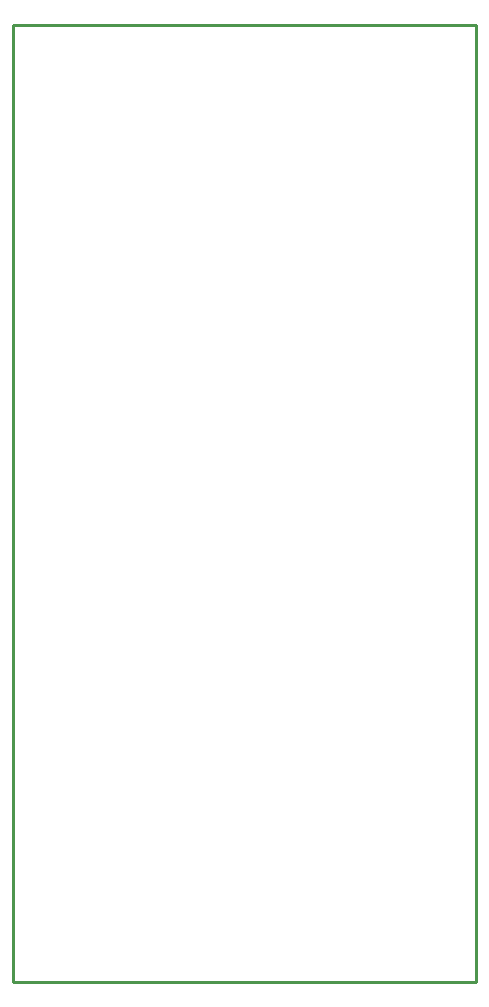
<source format=gko>
G04 Layer: BoardOutlineLayer*
G04 EasyEDA v6.5.42, 2024-04-22 14:16:48*
G04 7752da08fb664a89a939598d6395460c,c115876feeed43bc8c79c948ea027e3a,10*
G04 Gerber Generator version 0.2*
G04 Scale: 100 percent, Rotated: No, Reflected: No *
G04 Dimensions in millimeters *
G04 leading zeros omitted , absolute positions ,4 integer and 5 decimal *
%FSLAX45Y45*%
%MOMM*%

%ADD10C,0.2540*%
D10*
X0Y0D02*
G01*
X3919997Y0D01*
X3919992Y-8100057D01*
X2186680Y-8100057D01*
X0Y-8100057D01*
X0Y0D01*

%LPD*%
M02*

</source>
